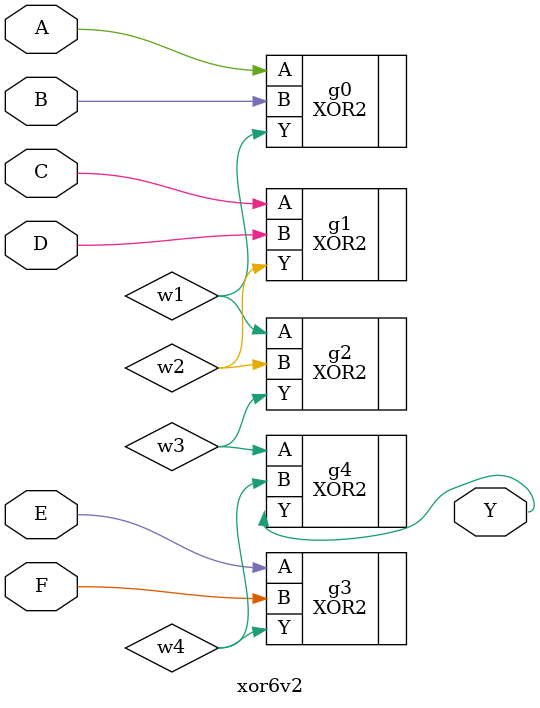
<source format=v>
module xor6v2  ( 
    A, B, C, D, E, F,
    Y  );
  input  A, B, C, D, E, F;
  output Y;
  wire w1, w2, w3, w4;
  XOR2 g0(.A(A), .B(B), .Y(w1));
  XOR2 g1(.A(C), .B(D), .Y(w2));
  XOR2 g2(.A(w1), .B(w2), .Y(w3));
  XOR2 g3(.A(E), .B(F), .Y(w4));
  XOR2 g4(.A(w3), .B(w4), .Y(Y));
endmodule


</source>
